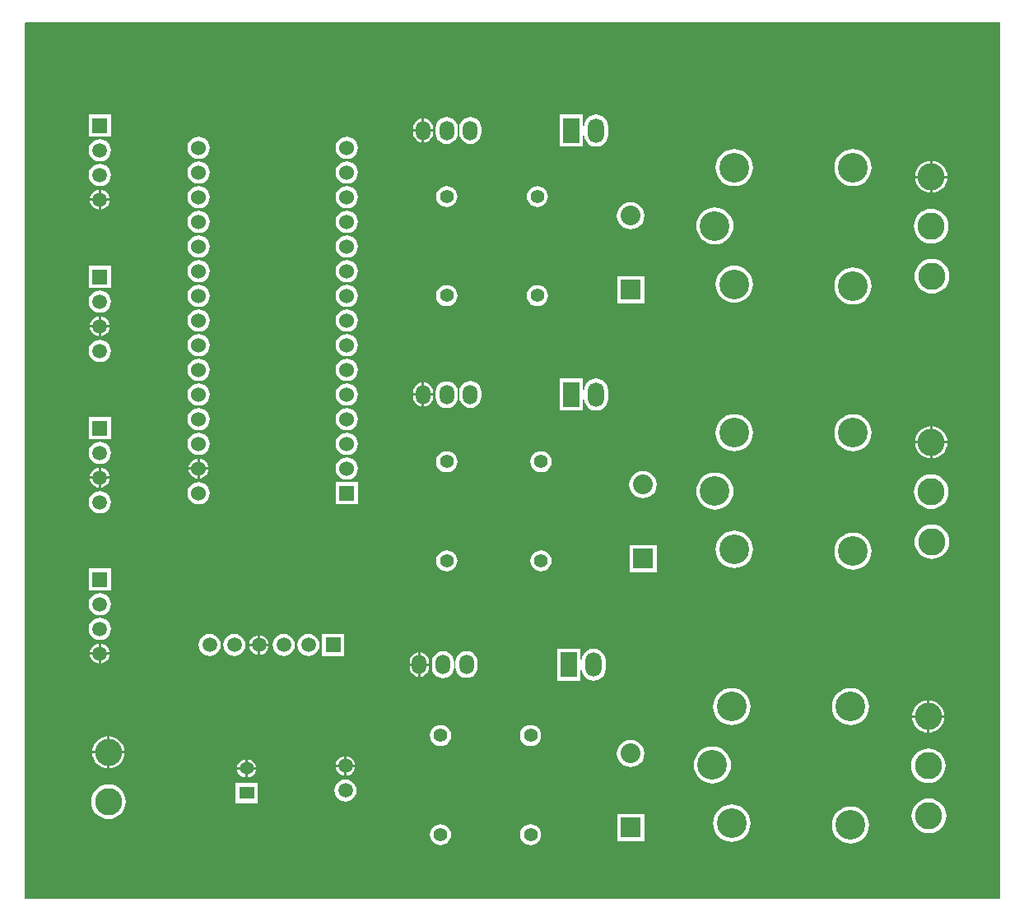
<source format=gbr>
G04*
G04 #@! TF.GenerationSoftware,Altium Limited,Altium Designer,23.2.1 (34)*
G04*
G04 Layer_Physical_Order=1*
G04 Layer_Color=255*
%FSTAX24Y24*%
%MOIN*%
G70*
G04*
G04 #@! TF.SameCoordinates,BC3F6091-25B6-48BF-90D5-32B1282762A0*
G04*
G04*
G04 #@! TF.FilePolarity,Positive*
G04*
G01*
G75*
%ADD33C,0.0800*%
%ADD34R,0.0800X0.0800*%
%ADD35C,0.1100*%
%ADD36C,0.0551*%
%ADD37O,0.0650X0.1000*%
%ADD38R,0.0650X0.1000*%
%ADD39C,0.0591*%
%ADD40R,0.0591X0.0512*%
%ADD41O,0.0591X0.0512*%
%ADD42C,0.0598*%
%ADD43R,0.0598X0.0598*%
%ADD44C,0.1200*%
%ADD45R,0.0591X0.0591*%
%ADD46C,0.0600*%
%ADD47R,0.0600X0.0600*%
%ADD48O,0.0591X0.0787*%
%ADD49O,0.0591X0.0787*%
G36*
X05205Y0131D02*
X01255D01*
Y0486D01*
X0126Y04865D01*
X05205D01*
Y0131D01*
D02*
G37*
%LPC*%
G36*
X0357Y044904D02*
X035576Y044888D01*
X03546Y04484D01*
X035361Y044764D01*
X035285Y044665D01*
X035237Y044549D01*
X035225Y044456D01*
X035175Y044459D01*
Y0449D01*
X034225D01*
Y0436D01*
X035175D01*
Y044041D01*
X035225Y044044D01*
X035237Y043951D01*
X035285Y043835D01*
X035361Y043736D01*
X03546Y04366D01*
X035576Y043612D01*
X0357Y043596D01*
X035824Y043612D01*
X03594Y04366D01*
X036039Y043736D01*
X036115Y043835D01*
X036163Y043951D01*
X036179Y044075D01*
Y044425D01*
X036163Y044549D01*
X036115Y044665D01*
X036039Y044764D01*
X03594Y04484D01*
X035824Y044888D01*
X0357Y044904D01*
D02*
G37*
G36*
X028745Y04475D02*
Y044309D01*
X029094D01*
Y044358D01*
X02908Y044461D01*
X029041Y044557D01*
X028977Y04464D01*
X028895Y044703D01*
X028798Y044743D01*
X028745Y04475D01*
D02*
G37*
G36*
X028645D02*
X028592Y044743D01*
X028496Y044703D01*
X028413Y04464D01*
X02835Y044557D01*
X02831Y044461D01*
X028297Y044358D01*
Y044309D01*
X028645D01*
Y04475D01*
D02*
G37*
G36*
X016049Y044899D02*
X015151D01*
Y044001D01*
X016049D01*
Y044899D01*
D02*
G37*
G36*
X029094Y044209D02*
X028745D01*
Y043769D01*
X028798Y043776D01*
X028895Y043816D01*
X028977Y043879D01*
X029041Y043962D01*
X02908Y044058D01*
X029094Y044161D01*
Y044209D01*
D02*
G37*
G36*
X028645D02*
X028297D01*
Y044161D01*
X02831Y044058D01*
X02835Y043962D01*
X028413Y043879D01*
X028496Y043816D01*
X028592Y043776D01*
X028645Y043769D01*
Y044209D01*
D02*
G37*
G36*
X030605Y044807D02*
X030488Y044792D01*
X03038Y044747D01*
X030287Y044675D01*
X030216Y044582D01*
X030171Y044474D01*
X030156Y044358D01*
Y044161D01*
X030171Y044045D01*
X030216Y043936D01*
X030287Y043843D01*
X03038Y043772D01*
X030488Y043727D01*
X030605Y043712D01*
X030721Y043727D01*
X030829Y043772D01*
X030922Y043843D01*
X030994Y043936D01*
X031039Y044045D01*
X031054Y044161D01*
Y044358D01*
X031039Y044474D01*
X030994Y044582D01*
X030922Y044675D01*
X030829Y044747D01*
X030721Y044792D01*
X030605Y044807D01*
D02*
G37*
G36*
X02965Y044798D02*
X029534Y044782D01*
X029425Y044737D01*
X029332Y044666D01*
X029261Y044573D01*
X029216Y044465D01*
X029201Y044348D01*
Y044152D01*
X029216Y044035D01*
X029261Y043927D01*
X029332Y043834D01*
X029425Y043763D01*
X029534Y043718D01*
X02965Y043702D01*
X029766Y043718D01*
X029875Y043763D01*
X029968Y043834D01*
X030039Y043927D01*
X030084Y044035D01*
X030099Y044152D01*
Y044348D01*
X030084Y044465D01*
X030039Y044573D01*
X029968Y044666D01*
X029875Y044737D01*
X029766Y044782D01*
X02965Y044798D01*
D02*
G37*
G36*
X0256Y044004D02*
X025483Y043988D01*
X025373Y043943D01*
X025279Y043871D01*
X025207Y043777D01*
X025162Y043667D01*
X025146Y04355D01*
X025162Y043433D01*
X025207Y043323D01*
X025279Y043229D01*
X025373Y043157D01*
X025483Y043112D01*
X0256Y043096D01*
X025717Y043112D01*
X025827Y043157D01*
X025921Y043229D01*
X025993Y043323D01*
X026038Y043433D01*
X026054Y04355D01*
X026038Y043667D01*
X025993Y043777D01*
X025921Y043871D01*
X025827Y043943D01*
X025717Y043988D01*
X0256Y044004D01*
D02*
G37*
G36*
X0196D02*
X019483Y043988D01*
X019373Y043943D01*
X019279Y043871D01*
X019207Y043777D01*
X019162Y043667D01*
X019146Y04355D01*
X019162Y043433D01*
X019207Y043323D01*
X019279Y043229D01*
X019373Y043157D01*
X019483Y043112D01*
X0196Y043096D01*
X019717Y043112D01*
X019827Y043157D01*
X019921Y043229D01*
X019993Y043323D01*
X020038Y043433D01*
X020054Y04355D01*
X020038Y043667D01*
X019993Y043777D01*
X019921Y043871D01*
X019827Y043943D01*
X019717Y043988D01*
X0196Y044004D01*
D02*
G37*
G36*
X0156Y043903D02*
X015483Y043888D01*
X015373Y043842D01*
X01528Y04377D01*
X015208Y043677D01*
X015162Y043567D01*
X015147Y04345D01*
X015162Y043333D01*
X015208Y043223D01*
X01528Y04313D01*
X015373Y043058D01*
X015483Y043012D01*
X0156Y042997D01*
X015717Y043012D01*
X015827Y043058D01*
X01592Y04313D01*
X015992Y043223D01*
X016038Y043333D01*
X016053Y04345D01*
X016038Y043567D01*
X015992Y043677D01*
X01592Y04377D01*
X015827Y043842D01*
X015717Y043888D01*
X0156Y043903D01*
D02*
G37*
G36*
X049324Y043024D02*
Y042426D01*
X049922D01*
X049914Y042504D01*
X049877Y042626D01*
X049817Y042739D01*
X049736Y042838D01*
X049637Y042919D01*
X049524Y04298D01*
X049401Y043017D01*
X049324Y043024D01*
D02*
G37*
G36*
X049224D02*
X049146Y043017D01*
X049024Y04298D01*
X048911Y042919D01*
X048812Y042838D01*
X048731Y042739D01*
X04867Y042626D01*
X048633Y042504D01*
X048626Y042426D01*
X049224D01*
Y043024D01*
D02*
G37*
G36*
X0256Y043004D02*
X025483Y042988D01*
X025373Y042943D01*
X025279Y042871D01*
X025207Y042777D01*
X025162Y042667D01*
X025146Y04255D01*
X025162Y042433D01*
X025207Y042323D01*
X025279Y042229D01*
X025373Y042157D01*
X025483Y042112D01*
X0256Y042096D01*
X025717Y042112D01*
X025827Y042157D01*
X025921Y042229D01*
X025993Y042323D01*
X026038Y042433D01*
X026054Y04255D01*
X026038Y042667D01*
X025993Y042777D01*
X025921Y042871D01*
X025827Y042943D01*
X025717Y042988D01*
X0256Y043004D01*
D02*
G37*
G36*
X0196D02*
X019483Y042988D01*
X019373Y042943D01*
X019279Y042871D01*
X019207Y042777D01*
X019162Y042667D01*
X019146Y04255D01*
X019162Y042433D01*
X019207Y042323D01*
X019279Y042229D01*
X019373Y042157D01*
X019483Y042112D01*
X0196Y042096D01*
X019717Y042112D01*
X019827Y042157D01*
X019921Y042229D01*
X019993Y042323D01*
X020038Y042433D01*
X020054Y04255D01*
X020038Y042667D01*
X019993Y042777D01*
X019921Y042871D01*
X019827Y042943D01*
X019717Y042988D01*
X0196Y043004D01*
D02*
G37*
G36*
X0156Y042903D02*
X015483Y042888D01*
X015373Y042842D01*
X01528Y04277D01*
X015208Y042677D01*
X015162Y042567D01*
X015147Y04245D01*
X015162Y042333D01*
X015208Y042223D01*
X01528Y04213D01*
X015373Y042058D01*
X015483Y042012D01*
X0156Y041997D01*
X015717Y042012D01*
X015827Y042058D01*
X01592Y04213D01*
X015992Y042223D01*
X016038Y042333D01*
X016053Y04245D01*
X016038Y042567D01*
X015992Y042677D01*
X01592Y04277D01*
X015827Y042842D01*
X015717Y042888D01*
X0156Y042903D01*
D02*
G37*
G36*
X0461Y043504D02*
X045953Y043489D01*
X045812Y043446D01*
X045681Y043377D01*
X045567Y043283D01*
X045473Y043169D01*
X045404Y043038D01*
X045361Y042897D01*
X045346Y04275D01*
X045361Y042603D01*
X045404Y042462D01*
X045473Y042331D01*
X045567Y042217D01*
X045681Y042123D01*
X045812Y042054D01*
X045953Y042011D01*
X0461Y041996D01*
X046247Y042011D01*
X046388Y042054D01*
X046519Y042123D01*
X046633Y042217D01*
X046727Y042331D01*
X046796Y042462D01*
X046839Y042603D01*
X046854Y04275D01*
X046839Y042897D01*
X046796Y043038D01*
X046727Y043169D01*
X046633Y043283D01*
X046519Y043377D01*
X046388Y043446D01*
X046247Y043489D01*
X0461Y043504D01*
D02*
G37*
G36*
X041297D02*
X04115Y043489D01*
X041008Y043446D01*
X040878Y043377D01*
X040764Y043283D01*
X04067Y043169D01*
X040601Y043038D01*
X040558Y042897D01*
X040543Y04275D01*
X040558Y042603D01*
X040601Y042462D01*
X04067Y042331D01*
X040764Y042217D01*
X040878Y042123D01*
X041008Y042054D01*
X04115Y042011D01*
X041297Y041996D01*
X041444Y042011D01*
X041585Y042054D01*
X041716Y042123D01*
X04183Y042217D01*
X041923Y042331D01*
X041993Y042462D01*
X042036Y042603D01*
X04205Y04275D01*
X042036Y042897D01*
X041993Y043038D01*
X041923Y043169D01*
X04183Y043283D01*
X041716Y043377D01*
X041585Y043446D01*
X041444Y043489D01*
X041297Y043504D01*
D02*
G37*
G36*
X049922Y042326D02*
X049324D01*
Y041728D01*
X049401Y041736D01*
X049524Y041773D01*
X049637Y041833D01*
X049736Y041914D01*
X049817Y042013D01*
X049877Y042126D01*
X049914Y042249D01*
X049922Y042326D01*
D02*
G37*
G36*
X049224D02*
X048626D01*
X048633Y042249D01*
X04867Y042126D01*
X048731Y042013D01*
X048812Y041914D01*
X048911Y041833D01*
X049024Y041773D01*
X049146Y041736D01*
X049224Y041728D01*
Y042326D01*
D02*
G37*
G36*
X01565Y041846D02*
Y0415D01*
X015996D01*
X015989Y041554D01*
X015949Y041651D01*
X015885Y041735D01*
X015801Y041799D01*
X015704Y041839D01*
X01565Y041846D01*
D02*
G37*
G36*
X01555D02*
X015496Y041839D01*
X015399Y041799D01*
X015315Y041735D01*
X015251Y041651D01*
X015211Y041554D01*
X015204Y0415D01*
X01555D01*
Y041846D01*
D02*
G37*
G36*
X033324Y042007D02*
X033213Y041993D01*
X033109Y04195D01*
X03302Y041882D01*
X032952Y041793D01*
X032909Y041689D01*
X032894Y041578D01*
X032909Y041467D01*
X032952Y041364D01*
X03302Y041275D01*
X033109Y041206D01*
X033213Y041164D01*
X033324Y041149D01*
X033435Y041164D01*
X033538Y041206D01*
X033627Y041275D01*
X033695Y041364D01*
X033738Y041467D01*
X033753Y041578D01*
X033738Y041689D01*
X033695Y041793D01*
X033627Y041882D01*
X033538Y04195D01*
X033435Y041993D01*
X033324Y042007D01*
D02*
G37*
G36*
X02965D02*
X029539Y041993D01*
X029435Y04195D01*
X029346Y041882D01*
X029278Y041793D01*
X029235Y041689D01*
X029221Y041578D01*
X029235Y041467D01*
X029278Y041364D01*
X029346Y041275D01*
X029435Y041206D01*
X029539Y041164D01*
X02965Y041149D01*
X029761Y041164D01*
X029865Y041206D01*
X029954Y041275D01*
X030022Y041364D01*
X030065Y041467D01*
X030079Y041578D01*
X030065Y041689D01*
X030022Y041793D01*
X029954Y041882D01*
X029865Y04195D01*
X029761Y041993D01*
X02965Y042007D01*
D02*
G37*
G36*
X0256Y042004D02*
X025483Y041988D01*
X025373Y041943D01*
X025279Y041871D01*
X025207Y041777D01*
X025162Y041667D01*
X025146Y04155D01*
X025162Y041433D01*
X025207Y041323D01*
X025279Y041229D01*
X025373Y041157D01*
X025483Y041112D01*
X0256Y041096D01*
X025717Y041112D01*
X025827Y041157D01*
X025921Y041229D01*
X025993Y041323D01*
X026038Y041433D01*
X026054Y04155D01*
X026038Y041667D01*
X025993Y041777D01*
X025921Y041871D01*
X025827Y041943D01*
X025717Y041988D01*
X0256Y042004D01*
D02*
G37*
G36*
X0196D02*
X019483Y041988D01*
X019373Y041943D01*
X019279Y041871D01*
X019207Y041777D01*
X019162Y041667D01*
X019146Y04155D01*
X019162Y041433D01*
X019207Y041323D01*
X019279Y041229D01*
X019373Y041157D01*
X019483Y041112D01*
X0196Y041096D01*
X019717Y041112D01*
X019827Y041157D01*
X019921Y041229D01*
X019993Y041323D01*
X020038Y041433D01*
X020054Y04155D01*
X020038Y041667D01*
X019993Y041777D01*
X019921Y041871D01*
X019827Y041943D01*
X019717Y041988D01*
X0196Y042004D01*
D02*
G37*
G36*
X015996Y0414D02*
X01565D01*
Y041054D01*
X015704Y041061D01*
X015801Y041101D01*
X015885Y041165D01*
X015949Y041249D01*
X015989Y041346D01*
X015996Y0414D01*
D02*
G37*
G36*
X01555D02*
X015204D01*
X015211Y041346D01*
X015251Y041249D01*
X015315Y041165D01*
X015399Y041101D01*
X015496Y041061D01*
X01555Y041054D01*
Y0414D01*
D02*
G37*
G36*
X0371Y041355D02*
X036956Y041336D01*
X036823Y04128D01*
X036708Y041192D01*
X03662Y041077D01*
X036564Y040944D01*
X036545Y0408D01*
X036564Y040656D01*
X03662Y040523D01*
X036708Y040408D01*
X036823Y04032D01*
X036956Y040264D01*
X0371Y040245D01*
X037244Y040264D01*
X037377Y04032D01*
X037492Y040408D01*
X03758Y040523D01*
X037636Y040656D01*
X037655Y0408D01*
X037636Y040944D01*
X03758Y041077D01*
X037492Y041192D01*
X037377Y04128D01*
X037244Y041336D01*
X0371Y041355D01*
D02*
G37*
G36*
X0256Y041004D02*
X025483Y040988D01*
X025373Y040943D01*
X025279Y040871D01*
X025207Y040777D01*
X025162Y040667D01*
X025146Y04055D01*
X025162Y040433D01*
X025207Y040323D01*
X025279Y040229D01*
X025373Y040157D01*
X025483Y040112D01*
X0256Y040096D01*
X025717Y040112D01*
X025827Y040157D01*
X025921Y040229D01*
X025993Y040323D01*
X026038Y040433D01*
X026054Y04055D01*
X026038Y040667D01*
X025993Y040777D01*
X025921Y040871D01*
X025827Y040943D01*
X025717Y040988D01*
X0256Y041004D01*
D02*
G37*
G36*
X0196D02*
X019483Y040988D01*
X019373Y040943D01*
X019279Y040871D01*
X019207Y040777D01*
X019162Y040667D01*
X019146Y04055D01*
X019162Y040433D01*
X019207Y040323D01*
X019279Y040229D01*
X019373Y040157D01*
X019483Y040112D01*
X0196Y040096D01*
X019717Y040112D01*
X019827Y040157D01*
X019921Y040229D01*
X019993Y040323D01*
X020038Y040433D01*
X020054Y04055D01*
X020038Y040667D01*
X019993Y040777D01*
X019921Y040871D01*
X019827Y040943D01*
X019717Y040988D01*
X0196Y041004D01*
D02*
G37*
G36*
X049274Y04108D02*
X049137Y041066D01*
X049005Y041026D01*
X048883Y040961D01*
X048776Y040874D01*
X048689Y040767D01*
X048624Y040645D01*
X048584Y040513D01*
X04857Y040376D01*
X048584Y040239D01*
X048624Y040107D01*
X048689Y039985D01*
X048776Y039879D01*
X048883Y039791D01*
X049005Y039726D01*
X049137Y039686D01*
X049274Y039673D01*
X049411Y039686D01*
X049543Y039726D01*
X049665Y039791D01*
X049771Y039879D01*
X049859Y039985D01*
X049924Y040107D01*
X049964Y040239D01*
X049977Y040376D01*
X049964Y040513D01*
X049924Y040645D01*
X049859Y040767D01*
X049771Y040874D01*
X049665Y040961D01*
X049543Y041026D01*
X049411Y041066D01*
X049274Y04108D01*
D02*
G37*
G36*
X040509Y041141D02*
X040362Y041127D01*
X040221Y041084D01*
X040091Y041014D01*
X039977Y040921D01*
X039883Y040806D01*
X039813Y040676D01*
X03977Y040535D01*
X039756Y040388D01*
X03977Y040241D01*
X039813Y040099D01*
X039883Y039969D01*
X039977Y039855D01*
X040091Y039761D01*
X040221Y039692D01*
X040362Y039649D01*
X040509Y039634D01*
X040656Y039649D01*
X040798Y039692D01*
X040928Y039761D01*
X041042Y039855D01*
X041136Y039969D01*
X041206Y040099D01*
X041249Y040241D01*
X041263Y040388D01*
X041249Y040535D01*
X041206Y040676D01*
X041136Y040806D01*
X041042Y040921D01*
X040928Y041014D01*
X040798Y041084D01*
X040656Y041127D01*
X040509Y041141D01*
D02*
G37*
G36*
X0256Y040004D02*
X025483Y039988D01*
X025373Y039943D01*
X025279Y039871D01*
X025207Y039777D01*
X025162Y039667D01*
X025146Y03955D01*
X025162Y039433D01*
X025207Y039323D01*
X025279Y039229D01*
X025373Y039157D01*
X025483Y039112D01*
X0256Y039096D01*
X025717Y039112D01*
X025827Y039157D01*
X025921Y039229D01*
X025993Y039323D01*
X026038Y039433D01*
X026054Y03955D01*
X026038Y039667D01*
X025993Y039777D01*
X025921Y039871D01*
X025827Y039943D01*
X025717Y039988D01*
X0256Y040004D01*
D02*
G37*
G36*
X0196D02*
X019483Y039988D01*
X019373Y039943D01*
X019279Y039871D01*
X019207Y039777D01*
X019162Y039667D01*
X019146Y03955D01*
X019162Y039433D01*
X019207Y039323D01*
X019279Y039229D01*
X019373Y039157D01*
X019483Y039112D01*
X0196Y039096D01*
X019717Y039112D01*
X019827Y039157D01*
X019921Y039229D01*
X019993Y039323D01*
X020038Y039433D01*
X020054Y03955D01*
X020038Y039667D01*
X019993Y039777D01*
X019921Y039871D01*
X019827Y039943D01*
X019717Y039988D01*
X0196Y040004D01*
D02*
G37*
G36*
X0256Y039004D02*
X025483Y038988D01*
X025373Y038943D01*
X025279Y038871D01*
X025207Y038777D01*
X025162Y038667D01*
X025146Y03855D01*
X025162Y038433D01*
X025207Y038323D01*
X025279Y038229D01*
X025373Y038157D01*
X025483Y038112D01*
X0256Y038096D01*
X025717Y038112D01*
X025827Y038157D01*
X025921Y038229D01*
X025993Y038323D01*
X026038Y038433D01*
X026054Y03855D01*
X026038Y038667D01*
X025993Y038777D01*
X025921Y038871D01*
X025827Y038943D01*
X025717Y038988D01*
X0256Y039004D01*
D02*
G37*
G36*
X0196D02*
X019483Y038988D01*
X019373Y038943D01*
X019279Y038871D01*
X019207Y038777D01*
X019162Y038667D01*
X019146Y03855D01*
X019162Y038433D01*
X019207Y038323D01*
X019279Y038229D01*
X019373Y038157D01*
X019483Y038112D01*
X0196Y038096D01*
X019717Y038112D01*
X019827Y038157D01*
X019921Y038229D01*
X019993Y038323D01*
X020038Y038433D01*
X020054Y03855D01*
X020038Y038667D01*
X019993Y038777D01*
X019921Y038871D01*
X019827Y038943D01*
X019717Y038988D01*
X0196Y039004D01*
D02*
G37*
G36*
X016049Y038766D02*
X015151D01*
Y037867D01*
X016049D01*
Y038766D01*
D02*
G37*
G36*
X0493Y039053D02*
X049163Y03904D01*
X049031Y039D01*
X048909Y038935D01*
X048803Y038847D01*
X048715Y038741D01*
X04865Y038619D01*
X04861Y038487D01*
X048597Y03835D01*
X04861Y038213D01*
X04865Y038081D01*
X048715Y037959D01*
X048803Y037853D01*
X048909Y037765D01*
X049031Y0377D01*
X049163Y03766D01*
X0493Y037647D01*
X049437Y03766D01*
X049569Y0377D01*
X049691Y037765D01*
X049797Y037853D01*
X049885Y037959D01*
X04995Y038081D01*
X04999Y038213D01*
X050003Y03835D01*
X04999Y038487D01*
X04995Y038619D01*
X049885Y038741D01*
X049797Y038847D01*
X049691Y038935D01*
X049569Y039D01*
X049437Y03904D01*
X0493Y039053D01*
D02*
G37*
G36*
X041297Y038779D02*
X04115Y038765D01*
X041008Y038722D01*
X040878Y038652D01*
X040764Y038558D01*
X04067Y038444D01*
X040601Y038314D01*
X040558Y038173D01*
X040543Y038026D01*
X040558Y037879D01*
X040601Y037737D01*
X04067Y037607D01*
X040764Y037493D01*
X040878Y037399D01*
X041008Y037329D01*
X04115Y037286D01*
X041297Y037272D01*
X041444Y037286D01*
X041585Y037329D01*
X041716Y037399D01*
X04183Y037493D01*
X041923Y037607D01*
X041993Y037737D01*
X042036Y037879D01*
X04205Y038026D01*
X042036Y038173D01*
X041993Y038314D01*
X041923Y038444D01*
X04183Y038558D01*
X041716Y038652D01*
X041585Y038722D01*
X041444Y038765D01*
X041297Y038779D01*
D02*
G37*
G36*
X03765Y03835D02*
X03655D01*
Y03725D01*
X03765D01*
Y03835D01*
D02*
G37*
G36*
X0461Y038704D02*
X045953Y038689D01*
X045812Y038646D01*
X045681Y038577D01*
X045567Y038483D01*
X045473Y038369D01*
X045404Y038238D01*
X045361Y038097D01*
X045346Y03795D01*
X045361Y037803D01*
X045404Y037662D01*
X045473Y037531D01*
X045567Y037417D01*
X045681Y037323D01*
X045812Y037254D01*
X045953Y037211D01*
X0461Y037196D01*
X046247Y037211D01*
X046388Y037254D01*
X046519Y037323D01*
X046633Y037417D01*
X046727Y037531D01*
X046796Y037662D01*
X046839Y037803D01*
X046854Y03795D01*
X046839Y038097D01*
X046796Y038238D01*
X046727Y038369D01*
X046633Y038483D01*
X046519Y038577D01*
X046388Y038646D01*
X046247Y038689D01*
X0461Y038704D01*
D02*
G37*
G36*
X033324Y037992D02*
X033213Y037977D01*
X033109Y037934D01*
X03302Y037866D01*
X032952Y037777D01*
X032909Y037673D01*
X032894Y037562D01*
X032909Y037451D01*
X032952Y037348D01*
X03302Y037259D01*
X033109Y037191D01*
X033213Y037148D01*
X033324Y037133D01*
X033435Y037148D01*
X033538Y037191D01*
X033627Y037259D01*
X033695Y037348D01*
X033738Y037451D01*
X033753Y037562D01*
X033738Y037673D01*
X033695Y037777D01*
X033627Y037866D01*
X033538Y037934D01*
X033435Y037977D01*
X033324Y037992D01*
D02*
G37*
G36*
X02965D02*
X029539Y037977D01*
X029435Y037934D01*
X029346Y037866D01*
X029278Y037777D01*
X029235Y037673D01*
X029221Y037562D01*
X029235Y037451D01*
X029278Y037348D01*
X029346Y037259D01*
X029435Y037191D01*
X029539Y037148D01*
X02965Y037133D01*
X029761Y037148D01*
X029865Y037191D01*
X029954Y037259D01*
X030022Y037348D01*
X030065Y037451D01*
X030079Y037562D01*
X030065Y037673D01*
X030022Y037777D01*
X029954Y037866D01*
X029865Y037934D01*
X029761Y037977D01*
X02965Y037992D01*
D02*
G37*
G36*
X0256Y038004D02*
X025483Y037988D01*
X025373Y037943D01*
X025279Y037871D01*
X025207Y037777D01*
X025162Y037667D01*
X025146Y03755D01*
X025162Y037433D01*
X025207Y037323D01*
X025279Y037229D01*
X025373Y037157D01*
X025483Y037112D01*
X0256Y037096D01*
X025717Y037112D01*
X025827Y037157D01*
X025921Y037229D01*
X025993Y037323D01*
X026038Y037433D01*
X026054Y03755D01*
X026038Y037667D01*
X025993Y037777D01*
X025921Y037871D01*
X025827Y037943D01*
X025717Y037988D01*
X0256Y038004D01*
D02*
G37*
G36*
X0196D02*
X019483Y037988D01*
X019373Y037943D01*
X019279Y037871D01*
X019207Y037777D01*
X019162Y037667D01*
X019146Y03755D01*
X019162Y037433D01*
X019207Y037323D01*
X019279Y037229D01*
X019373Y037157D01*
X019483Y037112D01*
X0196Y037096D01*
X019717Y037112D01*
X019827Y037157D01*
X019921Y037229D01*
X019993Y037323D01*
X020038Y037433D01*
X020054Y03755D01*
X020038Y037667D01*
X019993Y037777D01*
X019921Y037871D01*
X019827Y037943D01*
X019717Y037988D01*
X0196Y038004D01*
D02*
G37*
G36*
X0156Y03777D02*
X015483Y037754D01*
X015373Y037709D01*
X01528Y037637D01*
X015208Y037543D01*
X015162Y037434D01*
X015147Y037317D01*
X015162Y037199D01*
X015208Y03709D01*
X01528Y036996D01*
X015373Y036924D01*
X015483Y036879D01*
X0156Y036864D01*
X015717Y036879D01*
X015827Y036924D01*
X01592Y036996D01*
X015992Y03709D01*
X016038Y037199D01*
X016053Y037317D01*
X016038Y037434D01*
X015992Y037543D01*
X01592Y037637D01*
X015827Y037709D01*
X015717Y037754D01*
X0156Y03777D01*
D02*
G37*
G36*
X01565Y036713D02*
Y036367D01*
X015996D01*
X015989Y036421D01*
X015949Y036518D01*
X015885Y036601D01*
X015801Y036665D01*
X015704Y036706D01*
X01565Y036713D01*
D02*
G37*
G36*
X01555D02*
X015496Y036706D01*
X015399Y036665D01*
X015315Y036601D01*
X015251Y036518D01*
X015211Y036421D01*
X015204Y036367D01*
X01555D01*
Y036713D01*
D02*
G37*
G36*
X0256Y037004D02*
X025483Y036988D01*
X025373Y036943D01*
X025279Y036871D01*
X025207Y036777D01*
X025162Y036667D01*
X025146Y03655D01*
X025162Y036433D01*
X025207Y036323D01*
X025279Y036229D01*
X025373Y036157D01*
X025483Y036112D01*
X0256Y036096D01*
X025717Y036112D01*
X025827Y036157D01*
X025921Y036229D01*
X025993Y036323D01*
X026038Y036433D01*
X026054Y03655D01*
X026038Y036667D01*
X025993Y036777D01*
X025921Y036871D01*
X025827Y036943D01*
X025717Y036988D01*
X0256Y037004D01*
D02*
G37*
G36*
X0196D02*
X019483Y036988D01*
X019373Y036943D01*
X019279Y036871D01*
X019207Y036777D01*
X019162Y036667D01*
X019146Y03655D01*
X019162Y036433D01*
X019207Y036323D01*
X019279Y036229D01*
X019373Y036157D01*
X019483Y036112D01*
X0196Y036096D01*
X019717Y036112D01*
X019827Y036157D01*
X019921Y036229D01*
X019993Y036323D01*
X020038Y036433D01*
X020054Y03655D01*
X020038Y036667D01*
X019993Y036777D01*
X019921Y036871D01*
X019827Y036943D01*
X019717Y036988D01*
X0196Y037004D01*
D02*
G37*
G36*
X015996Y036267D02*
X01565D01*
Y035921D01*
X015704Y035928D01*
X015801Y035968D01*
X015885Y036032D01*
X015949Y036115D01*
X015989Y036212D01*
X015996Y036267D01*
D02*
G37*
G36*
X01555D02*
X015204D01*
X015211Y036212D01*
X015251Y036115D01*
X015315Y036032D01*
X015399Y035968D01*
X015496Y035928D01*
X01555Y035921D01*
Y036267D01*
D02*
G37*
G36*
X0256Y036004D02*
X025483Y035988D01*
X025373Y035943D01*
X025279Y035871D01*
X025207Y035777D01*
X025162Y035667D01*
X025146Y03555D01*
X025162Y035433D01*
X025207Y035323D01*
X025279Y035229D01*
X025373Y035157D01*
X025483Y035112D01*
X0256Y035096D01*
X025717Y035112D01*
X025827Y035157D01*
X025921Y035229D01*
X025993Y035323D01*
X026038Y035433D01*
X026054Y03555D01*
X026038Y035667D01*
X025993Y035777D01*
X025921Y035871D01*
X025827Y035943D01*
X025717Y035988D01*
X0256Y036004D01*
D02*
G37*
G36*
X0196D02*
X019483Y035988D01*
X019373Y035943D01*
X019279Y035871D01*
X019207Y035777D01*
X019162Y035667D01*
X019146Y03555D01*
X019162Y035433D01*
X019207Y035323D01*
X019279Y035229D01*
X019373Y035157D01*
X019483Y035112D01*
X0196Y035096D01*
X019717Y035112D01*
X019827Y035157D01*
X019921Y035229D01*
X019993Y035323D01*
X020038Y035433D01*
X020054Y03555D01*
X020038Y035667D01*
X019993Y035777D01*
X019921Y035871D01*
X019827Y035943D01*
X019717Y035988D01*
X0196Y036004D01*
D02*
G37*
G36*
X0156Y03577D02*
X015483Y035754D01*
X015373Y035709D01*
X01528Y035637D01*
X015208Y035543D01*
X015162Y035434D01*
X015147Y035317D01*
X015162Y035199D01*
X015208Y03509D01*
X01528Y034996D01*
X015373Y034924D01*
X015483Y034879D01*
X0156Y034864D01*
X015717Y034879D01*
X015827Y034924D01*
X01592Y034996D01*
X015992Y03509D01*
X016038Y035199D01*
X016053Y035317D01*
X016038Y035434D01*
X015992Y035543D01*
X01592Y035637D01*
X015827Y035709D01*
X015717Y035754D01*
X0156Y03577D01*
D02*
G37*
G36*
X0256Y035004D02*
X025483Y034988D01*
X025373Y034943D01*
X025279Y034871D01*
X025207Y034777D01*
X025162Y034667D01*
X025146Y03455D01*
X025162Y034433D01*
X025207Y034323D01*
X025279Y034229D01*
X025373Y034157D01*
X025483Y034112D01*
X0256Y034096D01*
X025717Y034112D01*
X025827Y034157D01*
X025921Y034229D01*
X025993Y034323D01*
X026038Y034433D01*
X026054Y03455D01*
X026038Y034667D01*
X025993Y034777D01*
X025921Y034871D01*
X025827Y034943D01*
X025717Y034988D01*
X0256Y035004D01*
D02*
G37*
G36*
X0196D02*
X019483Y034988D01*
X019373Y034943D01*
X019279Y034871D01*
X019207Y034777D01*
X019162Y034667D01*
X019146Y03455D01*
X019162Y034433D01*
X019207Y034323D01*
X019279Y034229D01*
X019373Y034157D01*
X019483Y034112D01*
X0196Y034096D01*
X019717Y034112D01*
X019827Y034157D01*
X019921Y034229D01*
X019993Y034323D01*
X020038Y034433D01*
X020054Y03455D01*
X020038Y034667D01*
X019993Y034777D01*
X019921Y034871D01*
X019827Y034943D01*
X019717Y034988D01*
X0196Y035004D01*
D02*
G37*
G36*
X0357Y034204D02*
X035576Y034188D01*
X03546Y03414D01*
X035361Y034064D01*
X035285Y033965D01*
X035237Y033849D01*
X035225Y033756D01*
X035175Y033759D01*
Y0342D01*
X034225D01*
Y0329D01*
X035175D01*
Y033341D01*
X035225Y033344D01*
X035237Y033251D01*
X035285Y033135D01*
X035361Y033036D01*
X03546Y03296D01*
X035576Y032912D01*
X0357Y032896D01*
X035824Y032912D01*
X03594Y03296D01*
X036039Y033036D01*
X036115Y033135D01*
X036163Y033251D01*
X036179Y033375D01*
Y033725D01*
X036163Y033849D01*
X036115Y033965D01*
X036039Y034064D01*
X03594Y03414D01*
X035824Y034188D01*
X0357Y034204D01*
D02*
G37*
G36*
X028745Y034046D02*
Y033606D01*
X029094D01*
Y033654D01*
X02908Y033757D01*
X029041Y033854D01*
X028977Y033936D01*
X028895Y034D01*
X028798Y034039D01*
X028745Y034046D01*
D02*
G37*
G36*
X028645D02*
X028592Y034039D01*
X028496Y034D01*
X028413Y033936D01*
X02835Y033854D01*
X02831Y033757D01*
X028297Y033654D01*
Y033606D01*
X028645D01*
Y034046D01*
D02*
G37*
G36*
X0256Y034004D02*
X025483Y033988D01*
X025373Y033943D01*
X025279Y033871D01*
X025207Y033777D01*
X025162Y033667D01*
X025146Y03355D01*
X025162Y033433D01*
X025207Y033323D01*
X025279Y033229D01*
X025373Y033157D01*
X025483Y033112D01*
X0256Y033096D01*
X025717Y033112D01*
X025827Y033157D01*
X025921Y033229D01*
X025993Y033323D01*
X026038Y033433D01*
X026054Y03355D01*
X026038Y033667D01*
X025993Y033777D01*
X025921Y033871D01*
X025827Y033943D01*
X025717Y033988D01*
X0256Y034004D01*
D02*
G37*
G36*
X0196D02*
X019483Y033988D01*
X019373Y033943D01*
X019279Y033871D01*
X019207Y033777D01*
X019162Y033667D01*
X019146Y03355D01*
X019162Y033433D01*
X019207Y033323D01*
X019279Y033229D01*
X019373Y033157D01*
X019483Y033112D01*
X0196Y033096D01*
X019717Y033112D01*
X019827Y033157D01*
X019921Y033229D01*
X019993Y033323D01*
X020038Y033433D01*
X020054Y03355D01*
X020038Y033667D01*
X019993Y033777D01*
X019921Y033871D01*
X019827Y033943D01*
X019717Y033988D01*
X0196Y034004D01*
D02*
G37*
G36*
X029094Y033506D02*
X028745D01*
Y033065D01*
X028798Y033072D01*
X028895Y033112D01*
X028977Y033176D01*
X029041Y033258D01*
X02908Y033354D01*
X029094Y033457D01*
Y033506D01*
D02*
G37*
G36*
X028645D02*
X028297D01*
Y033457D01*
X02831Y033354D01*
X02835Y033258D01*
X028413Y033176D01*
X028496Y033112D01*
X028592Y033072D01*
X028645Y033065D01*
Y033506D01*
D02*
G37*
G36*
X030605Y034103D02*
X030488Y034088D01*
X03038Y034043D01*
X030287Y033972D01*
X030216Y033879D01*
X030171Y033771D01*
X030156Y033654D01*
Y033457D01*
X030171Y033341D01*
X030216Y033233D01*
X030287Y03314D01*
X03038Y033069D01*
X030488Y033024D01*
X030605Y033008D01*
X030721Y033024D01*
X030829Y033069D01*
X030922Y03314D01*
X030994Y033233D01*
X031039Y033341D01*
X031054Y033457D01*
Y033654D01*
X031039Y033771D01*
X030994Y033879D01*
X030922Y033972D01*
X030829Y034043D01*
X030721Y034088D01*
X030605Y034103D01*
D02*
G37*
G36*
X02965Y034094D02*
X029534Y034079D01*
X029425Y034034D01*
X029332Y033962D01*
X029261Y033869D01*
X029216Y033761D01*
X029201Y033645D01*
Y033448D01*
X029216Y033332D01*
X029261Y033224D01*
X029332Y03313D01*
X029425Y033059D01*
X029534Y033014D01*
X02965Y032999D01*
X029766Y033014D01*
X029875Y033059D01*
X029968Y03313D01*
X030039Y033224D01*
X030084Y033332D01*
X030099Y033448D01*
Y033645D01*
X030084Y033761D01*
X030039Y033869D01*
X029968Y033962D01*
X029875Y034034D01*
X029766Y034079D01*
X02965Y034094D01*
D02*
G37*
G36*
X0256Y033004D02*
X025483Y032988D01*
X025373Y032943D01*
X025279Y032871D01*
X025207Y032777D01*
X025162Y032667D01*
X025146Y03255D01*
X025162Y032433D01*
X025207Y032323D01*
X025279Y032229D01*
X025373Y032157D01*
X025483Y032112D01*
X0256Y032096D01*
X025717Y032112D01*
X025827Y032157D01*
X025921Y032229D01*
X025993Y032323D01*
X026038Y032433D01*
X026054Y03255D01*
X026038Y032667D01*
X025993Y032777D01*
X025921Y032871D01*
X025827Y032943D01*
X025717Y032988D01*
X0256Y033004D01*
D02*
G37*
G36*
X0196D02*
X019483Y032988D01*
X019373Y032943D01*
X019279Y032871D01*
X019207Y032777D01*
X019162Y032667D01*
X019146Y03255D01*
X019162Y032433D01*
X019207Y032323D01*
X019279Y032229D01*
X019373Y032157D01*
X019483Y032112D01*
X0196Y032096D01*
X019717Y032112D01*
X019827Y032157D01*
X019921Y032229D01*
X019993Y032323D01*
X020038Y032433D01*
X020054Y03255D01*
X020038Y032667D01*
X019993Y032777D01*
X019921Y032871D01*
X019827Y032943D01*
X019717Y032988D01*
X0196Y033004D01*
D02*
G37*
G36*
X016049Y032633D02*
X015151D01*
Y031734D01*
X016049D01*
Y032633D01*
D02*
G37*
G36*
X049324Y032261D02*
Y031663D01*
X049922D01*
X049914Y031741D01*
X049877Y031863D01*
X049817Y031976D01*
X049736Y032075D01*
X049637Y032156D01*
X049524Y032217D01*
X049401Y032254D01*
X049324Y032261D01*
D02*
G37*
G36*
X049224D02*
X049146Y032254D01*
X049024Y032217D01*
X048911Y032156D01*
X048812Y032075D01*
X048731Y031976D01*
X04867Y031863D01*
X048633Y031741D01*
X048626Y031663D01*
X049224D01*
Y032261D01*
D02*
G37*
G36*
X0461Y032754D02*
X045953Y032739D01*
X045812Y032696D01*
X045681Y032627D01*
X045567Y032533D01*
X045473Y032419D01*
X045404Y032288D01*
X045361Y032147D01*
X045346Y032D01*
X045361Y031853D01*
X045404Y031712D01*
X045473Y031581D01*
X045567Y031467D01*
X045681Y031373D01*
X045812Y031304D01*
X045953Y031261D01*
X0461Y031246D01*
X046247Y031261D01*
X046388Y031304D01*
X046519Y031373D01*
X046633Y031467D01*
X046727Y031581D01*
X046796Y031712D01*
X046839Y031853D01*
X046854Y032D01*
X046839Y032147D01*
X046796Y032288D01*
X046727Y032419D01*
X046633Y032533D01*
X046519Y032627D01*
X046388Y032696D01*
X046247Y032739D01*
X0461Y032754D01*
D02*
G37*
G36*
X041297D02*
X04115Y032739D01*
X041008Y032696D01*
X040878Y032627D01*
X040764Y032533D01*
X04067Y032419D01*
X040601Y032288D01*
X040558Y032147D01*
X040543Y032D01*
X040558Y031853D01*
X040601Y031712D01*
X04067Y031581D01*
X040764Y031467D01*
X040878Y031373D01*
X041008Y031304D01*
X04115Y031261D01*
X041297Y031246D01*
X041444Y031261D01*
X041585Y031304D01*
X041716Y031373D01*
X04183Y031467D01*
X041923Y031581D01*
X041993Y031712D01*
X042036Y031853D01*
X04205Y032D01*
X042036Y032147D01*
X041993Y032288D01*
X041923Y032419D01*
X04183Y032533D01*
X041716Y032627D01*
X041585Y032696D01*
X041444Y032739D01*
X041297Y032754D01*
D02*
G37*
G36*
X0256Y032004D02*
X025483Y031988D01*
X025373Y031943D01*
X025279Y031871D01*
X025207Y031777D01*
X025162Y031667D01*
X025146Y03155D01*
X025162Y031433D01*
X025207Y031323D01*
X025279Y031229D01*
X025373Y031157D01*
X025483Y031112D01*
X0256Y031096D01*
X025717Y031112D01*
X025827Y031157D01*
X025921Y031229D01*
X025993Y031323D01*
X026038Y031433D01*
X026054Y03155D01*
X026038Y031667D01*
X025993Y031777D01*
X025921Y031871D01*
X025827Y031943D01*
X025717Y031988D01*
X0256Y032004D01*
D02*
G37*
G36*
X0196D02*
X019483Y031988D01*
X019373Y031943D01*
X019279Y031871D01*
X019207Y031777D01*
X019162Y031667D01*
X019146Y03155D01*
X019162Y031433D01*
X019207Y031323D01*
X019279Y031229D01*
X019373Y031157D01*
X019483Y031112D01*
X0196Y031096D01*
X019717Y031112D01*
X019827Y031157D01*
X019921Y031229D01*
X019993Y031323D01*
X020038Y031433D01*
X020054Y03155D01*
X020038Y031667D01*
X019993Y031777D01*
X019921Y031871D01*
X019827Y031943D01*
X019717Y031988D01*
X0196Y032004D01*
D02*
G37*
G36*
X049922Y031563D02*
X049324D01*
Y030965D01*
X049401Y030973D01*
X049524Y03101D01*
X049637Y03107D01*
X049736Y031151D01*
X049817Y03125D01*
X049877Y031363D01*
X049914Y031486D01*
X049922Y031563D01*
D02*
G37*
G36*
X049224D02*
X048626D01*
X048633Y031486D01*
X04867Y031363D01*
X048731Y03125D01*
X048812Y031151D01*
X048911Y03107D01*
X049024Y03101D01*
X049146Y030973D01*
X049224Y030965D01*
Y031563D01*
D02*
G37*
G36*
X0156Y031636D02*
X015483Y031621D01*
X015373Y031576D01*
X01528Y031504D01*
X015208Y03141D01*
X015162Y031301D01*
X015147Y031183D01*
X015162Y031066D01*
X015208Y030957D01*
X01528Y030863D01*
X015373Y030791D01*
X015483Y030746D01*
X0156Y03073D01*
X015717Y030746D01*
X015827Y030791D01*
X01592Y030863D01*
X015992Y030957D01*
X016038Y031066D01*
X016053Y031183D01*
X016038Y031301D01*
X015992Y03141D01*
X01592Y031504D01*
X015827Y031576D01*
X015717Y031621D01*
X0156Y031636D01*
D02*
G37*
G36*
X01965Y030947D02*
Y0306D01*
X019997D01*
X01999Y030654D01*
X019949Y030752D01*
X019885Y030835D01*
X019802Y030899D01*
X019704Y03094D01*
X01965Y030947D01*
D02*
G37*
G36*
X01955D02*
X019496Y03094D01*
X019398Y030899D01*
X019315Y030835D01*
X019251Y030752D01*
X01921Y030654D01*
X019203Y0306D01*
X01955D01*
Y030947D01*
D02*
G37*
G36*
X033474Y031257D02*
X033363Y031243D01*
X033259Y0312D01*
X03317Y031132D01*
X033102Y031043D01*
X033059Y030939D01*
X033044Y030828D01*
X033059Y030717D01*
X033102Y030614D01*
X03317Y030525D01*
X033259Y030456D01*
X033363Y030414D01*
X033474Y030399D01*
X033585Y030414D01*
X033688Y030456D01*
X033777Y030525D01*
X033845Y030614D01*
X033888Y030717D01*
X033903Y030828D01*
X033888Y030939D01*
X033845Y031043D01*
X033777Y031132D01*
X033688Y0312D01*
X033585Y031243D01*
X033474Y031257D01*
D02*
G37*
G36*
X02965D02*
X029539Y031243D01*
X029435Y0312D01*
X029346Y031132D01*
X029278Y031043D01*
X029235Y030939D01*
X029221Y030828D01*
X029235Y030717D01*
X029278Y030614D01*
X029346Y030525D01*
X029435Y030456D01*
X029539Y030414D01*
X02965Y030399D01*
X029761Y030414D01*
X029865Y030456D01*
X029954Y030525D01*
X030022Y030614D01*
X030065Y030717D01*
X030079Y030828D01*
X030065Y030939D01*
X030022Y031043D01*
X029954Y031132D01*
X029865Y0312D01*
X029761Y031243D01*
X02965Y031257D01*
D02*
G37*
G36*
X01565Y030579D02*
Y030233D01*
X015996D01*
X015989Y030288D01*
X015949Y030385D01*
X015885Y030468D01*
X015801Y030532D01*
X015704Y030572D01*
X01565Y030579D01*
D02*
G37*
G36*
X01555D02*
X015496Y030572D01*
X015399Y030532D01*
X015315Y030468D01*
X015251Y030385D01*
X015211Y030288D01*
X015204Y030233D01*
X01555D01*
Y030579D01*
D02*
G37*
G36*
X019997Y0305D02*
X01965D01*
Y030153D01*
X019704Y03016D01*
X019802Y030201D01*
X019885Y030265D01*
X019949Y030348D01*
X01999Y030446D01*
X019997Y0305D01*
D02*
G37*
G36*
X01955D02*
X019203D01*
X01921Y030446D01*
X019251Y030348D01*
X019315Y030265D01*
X019398Y030201D01*
X019496Y03016D01*
X01955Y030153D01*
Y0305D01*
D02*
G37*
G36*
X0256Y031004D02*
X025483Y030988D01*
X025373Y030943D01*
X025279Y030871D01*
X025207Y030777D01*
X025162Y030667D01*
X025146Y03055D01*
X025162Y030433D01*
X025207Y030323D01*
X025279Y030229D01*
X025373Y030157D01*
X025483Y030112D01*
X0256Y030096D01*
X025717Y030112D01*
X025827Y030157D01*
X025921Y030229D01*
X025993Y030323D01*
X026038Y030433D01*
X026054Y03055D01*
X026038Y030667D01*
X025993Y030777D01*
X025921Y030871D01*
X025827Y030943D01*
X025717Y030988D01*
X0256Y031004D01*
D02*
G37*
G36*
X015996Y030133D02*
X01565D01*
Y029787D01*
X015704Y029794D01*
X015801Y029835D01*
X015885Y029899D01*
X015949Y029982D01*
X015989Y030079D01*
X015996Y030133D01*
D02*
G37*
G36*
X01555D02*
X015204D01*
X015211Y030079D01*
X015251Y029982D01*
X015315Y029899D01*
X015399Y029835D01*
X015496Y029794D01*
X01555Y029787D01*
Y030133D01*
D02*
G37*
G36*
X0376Y030455D02*
X037456Y030436D01*
X037323Y03038D01*
X037208Y030292D01*
X03712Y030177D01*
X037064Y030044D01*
X037045Y0299D01*
X037064Y029756D01*
X03712Y029623D01*
X037208Y029508D01*
X037323Y02942D01*
X037456Y029364D01*
X0376Y029345D01*
X037744Y029364D01*
X037877Y02942D01*
X037992Y029508D01*
X03808Y029623D01*
X038136Y029756D01*
X038155Y0299D01*
X038136Y030044D01*
X03808Y030177D01*
X037992Y030292D01*
X037877Y03038D01*
X037744Y030436D01*
X0376Y030455D01*
D02*
G37*
G36*
X02605Y03D02*
X02515D01*
Y0291D01*
X02605D01*
Y03D01*
D02*
G37*
G36*
X0196Y030004D02*
X019483Y029988D01*
X019373Y029943D01*
X019279Y029871D01*
X019207Y029777D01*
X019162Y029667D01*
X019146Y02955D01*
X019162Y029433D01*
X019207Y029323D01*
X019279Y029229D01*
X019373Y029157D01*
X019483Y029112D01*
X0196Y029096D01*
X019717Y029112D01*
X019827Y029157D01*
X019921Y029229D01*
X019993Y029323D01*
X020038Y029433D01*
X020054Y02955D01*
X020038Y029667D01*
X019993Y029777D01*
X019921Y029871D01*
X019827Y029943D01*
X019717Y029988D01*
X0196Y030004D01*
D02*
G37*
G36*
X049274Y030316D02*
X049137Y030303D01*
X049005Y030263D01*
X048883Y030198D01*
X048776Y03011D01*
X048689Y030004D01*
X048624Y029882D01*
X048584Y02975D01*
X04857Y029613D01*
X048584Y029476D01*
X048624Y029344D01*
X048689Y029222D01*
X048776Y029116D01*
X048883Y029028D01*
X049005Y028963D01*
X049137Y028923D01*
X049274Y02891D01*
X049411Y028923D01*
X049543Y028963D01*
X049665Y029028D01*
X049771Y029116D01*
X049859Y029222D01*
X049924Y029344D01*
X049964Y029476D01*
X049977Y029613D01*
X049964Y02975D01*
X049924Y029882D01*
X049859Y030004D01*
X049771Y03011D01*
X049665Y030198D01*
X049543Y030263D01*
X049411Y030303D01*
X049274Y030316D01*
D02*
G37*
G36*
X040509Y030391D02*
X040362Y030377D01*
X040221Y030334D01*
X040091Y030264D01*
X039977Y030171D01*
X039883Y030056D01*
X039813Y029926D01*
X03977Y029785D01*
X039756Y029638D01*
X03977Y029491D01*
X039813Y029349D01*
X039883Y029219D01*
X039977Y029105D01*
X040091Y029011D01*
X040221Y028942D01*
X040362Y028899D01*
X040509Y028884D01*
X040656Y028899D01*
X040798Y028942D01*
X040928Y029011D01*
X041042Y029105D01*
X041136Y029219D01*
X041206Y029349D01*
X041249Y029491D01*
X041263Y029638D01*
X041249Y029785D01*
X041206Y029926D01*
X041136Y030056D01*
X041042Y030171D01*
X040928Y030264D01*
X040798Y030334D01*
X040656Y030377D01*
X040509Y030391D01*
D02*
G37*
G36*
X0156Y029636D02*
X015483Y029621D01*
X015373Y029576D01*
X01528Y029504D01*
X015208Y02941D01*
X015162Y029301D01*
X015147Y029183D01*
X015162Y029066D01*
X015208Y028957D01*
X01528Y028863D01*
X015373Y028791D01*
X015483Y028746D01*
X0156Y02873D01*
X015717Y028746D01*
X015827Y028791D01*
X01592Y028863D01*
X015992Y028957D01*
X016038Y029066D01*
X016053Y029183D01*
X016038Y029301D01*
X015992Y02941D01*
X01592Y029504D01*
X015827Y029576D01*
X015717Y029621D01*
X0156Y029636D01*
D02*
G37*
G36*
X0493Y02829D02*
X049163Y028277D01*
X049031Y028237D01*
X048909Y028172D01*
X048803Y028084D01*
X048715Y027978D01*
X04865Y027856D01*
X04861Y027724D01*
X048597Y027587D01*
X04861Y02745D01*
X04865Y027318D01*
X048715Y027196D01*
X048803Y02709D01*
X048909Y027002D01*
X049031Y026937D01*
X049163Y026897D01*
X0493Y026884D01*
X049437Y026897D01*
X049569Y026937D01*
X049691Y027002D01*
X049797Y02709D01*
X049885Y027196D01*
X04995Y027318D01*
X04999Y02745D01*
X050003Y027587D01*
X04999Y027724D01*
X04995Y027856D01*
X049885Y027978D01*
X049797Y028084D01*
X049691Y028172D01*
X049569Y028237D01*
X049437Y028277D01*
X0493Y02829D01*
D02*
G37*
G36*
X041297Y028029D02*
X04115Y028015D01*
X041008Y027972D01*
X040878Y027902D01*
X040764Y027808D01*
X04067Y027694D01*
X040601Y027564D01*
X040558Y027423D01*
X040543Y027276D01*
X040558Y027129D01*
X040601Y026987D01*
X04067Y026857D01*
X040764Y026743D01*
X040878Y026649D01*
X041008Y026579D01*
X04115Y026536D01*
X041297Y026522D01*
X041444Y026536D01*
X041585Y026579D01*
X041716Y026649D01*
X04183Y026743D01*
X041923Y026857D01*
X041993Y026987D01*
X042036Y027129D01*
X04205Y027276D01*
X042036Y027423D01*
X041993Y027564D01*
X041923Y027694D01*
X04183Y027808D01*
X041716Y027902D01*
X041585Y027972D01*
X041444Y028015D01*
X041297Y028029D01*
D02*
G37*
G36*
X0461Y027954D02*
X045953Y027939D01*
X045812Y027896D01*
X045681Y027827D01*
X045567Y027733D01*
X045473Y027619D01*
X045404Y027488D01*
X045361Y027347D01*
X045346Y0272D01*
X045361Y027053D01*
X045404Y026912D01*
X045473Y026781D01*
X045567Y026667D01*
X045681Y026573D01*
X045812Y026504D01*
X045953Y026461D01*
X0461Y026446D01*
X046247Y026461D01*
X046388Y026504D01*
X046519Y026573D01*
X046633Y026667D01*
X046727Y026781D01*
X046796Y026912D01*
X046839Y027053D01*
X046854Y0272D01*
X046839Y027347D01*
X046796Y027488D01*
X046727Y027619D01*
X046633Y027733D01*
X046519Y027827D01*
X046388Y027896D01*
X046247Y027939D01*
X0461Y027954D01*
D02*
G37*
G36*
X033474Y027242D02*
X033363Y027227D01*
X033259Y027184D01*
X03317Y027116D01*
X033102Y027027D01*
X033059Y026923D01*
X033044Y026812D01*
X033059Y026701D01*
X033102Y026598D01*
X03317Y026509D01*
X033259Y026441D01*
X033363Y026398D01*
X033474Y026383D01*
X033585Y026398D01*
X033688Y026441D01*
X033777Y026509D01*
X033845Y026598D01*
X033888Y026701D01*
X033903Y026812D01*
X033888Y026923D01*
X033845Y027027D01*
X033777Y027116D01*
X033688Y027184D01*
X033585Y027227D01*
X033474Y027242D01*
D02*
G37*
G36*
X02965D02*
X029539Y027227D01*
X029435Y027184D01*
X029346Y027116D01*
X029278Y027027D01*
X029235Y026923D01*
X029221Y026812D01*
X029235Y026701D01*
X029278Y026598D01*
X029346Y026509D01*
X029435Y026441D01*
X029539Y026398D01*
X02965Y026383D01*
X029761Y026398D01*
X029865Y026441D01*
X029954Y026509D01*
X030022Y026598D01*
X030065Y026701D01*
X030079Y026812D01*
X030065Y026923D01*
X030022Y027027D01*
X029954Y027116D01*
X029865Y027184D01*
X029761Y027227D01*
X02965Y027242D01*
D02*
G37*
G36*
X03815Y02745D02*
X03705D01*
Y02635D01*
X03815D01*
Y02745D01*
D02*
G37*
G36*
X016049Y026499D02*
X015151D01*
Y025601D01*
X016049D01*
Y026499D01*
D02*
G37*
G36*
X0156Y025503D02*
X015483Y025488D01*
X015373Y025442D01*
X01528Y02537D01*
X015208Y025277D01*
X015162Y025167D01*
X015147Y02505D01*
X015162Y024933D01*
X015208Y024823D01*
X01528Y02473D01*
X015373Y024658D01*
X015483Y024612D01*
X0156Y024597D01*
X015717Y024612D01*
X015827Y024658D01*
X01592Y02473D01*
X015992Y024823D01*
X016038Y024933D01*
X016053Y02505D01*
X016038Y025167D01*
X015992Y025277D01*
X01592Y02537D01*
X015827Y025442D01*
X015717Y025488D01*
X0156Y025503D01*
D02*
G37*
G36*
Y024503D02*
X015483Y024488D01*
X015373Y024442D01*
X01528Y02437D01*
X015208Y024277D01*
X015162Y024167D01*
X015147Y02405D01*
X015162Y023933D01*
X015208Y023823D01*
X01528Y02373D01*
X015373Y023658D01*
X015483Y023612D01*
X0156Y023597D01*
X015717Y023612D01*
X015827Y023658D01*
X01592Y02373D01*
X015992Y023823D01*
X016038Y023933D01*
X016053Y02405D01*
X016038Y024167D01*
X015992Y024277D01*
X01592Y02437D01*
X015827Y024442D01*
X015717Y024488D01*
X0156Y024503D01*
D02*
G37*
G36*
X0221Y023792D02*
Y02345D01*
X022442D01*
X022435Y023503D01*
X022395Y023599D01*
X022332Y023682D01*
X022249Y023745D01*
X022153Y023785D01*
X0221Y023792D01*
D02*
G37*
G36*
X022D02*
X021947Y023785D01*
X021851Y023745D01*
X021768Y023682D01*
X021705Y023599D01*
X021665Y023503D01*
X021658Y02345D01*
X022D01*
Y023792D01*
D02*
G37*
G36*
X01565Y023446D02*
Y0231D01*
X015996D01*
X015989Y023154D01*
X015949Y023251D01*
X015885Y023335D01*
X015801Y023399D01*
X015704Y023439D01*
X01565Y023446D01*
D02*
G37*
G36*
X01555D02*
X015496Y023439D01*
X015399Y023399D01*
X015315Y023335D01*
X015251Y023251D01*
X015211Y023154D01*
X015204Y0231D01*
X01555D01*
Y023446D01*
D02*
G37*
G36*
X022442Y02335D02*
X0221D01*
Y023008D01*
X022153Y023015D01*
X022249Y023055D01*
X022332Y023118D01*
X022395Y023201D01*
X022435Y023297D01*
X022442Y02335D01*
D02*
G37*
G36*
X022D02*
X021658D01*
X021665Y023297D01*
X021705Y023201D01*
X021768Y023118D01*
X021851Y023055D01*
X021947Y023015D01*
X022Y023008D01*
Y02335D01*
D02*
G37*
G36*
X025495Y023845D02*
X024605D01*
Y022955D01*
X025495D01*
Y023845D01*
D02*
G37*
G36*
X02405Y023849D02*
X023934Y023834D01*
X023825Y023789D01*
X023732Y023718D01*
X023661Y023625D01*
X023616Y023516D01*
X023601Y0234D01*
X023616Y023284D01*
X023661Y023175D01*
X023732Y023082D01*
X023825Y023011D01*
X023934Y022966D01*
X02405Y022951D01*
X024166Y022966D01*
X024275Y023011D01*
X024368Y023082D01*
X024439Y023175D01*
X024484Y023284D01*
X024499Y0234D01*
X024484Y023516D01*
X024439Y023625D01*
X024368Y023718D01*
X024275Y023789D01*
X024166Y023834D01*
X02405Y023849D01*
D02*
G37*
G36*
X02305D02*
X022934Y023834D01*
X022825Y023789D01*
X022732Y023718D01*
X022661Y023625D01*
X022616Y023516D01*
X022601Y0234D01*
X022616Y023284D01*
X022661Y023175D01*
X022732Y023082D01*
X022825Y023011D01*
X022934Y022966D01*
X02305Y022951D01*
X023166Y022966D01*
X023275Y023011D01*
X023368Y023082D01*
X023439Y023175D01*
X023484Y023284D01*
X023499Y0234D01*
X023484Y023516D01*
X023439Y023625D01*
X023368Y023718D01*
X023275Y023789D01*
X023166Y023834D01*
X02305Y023849D01*
D02*
G37*
G36*
X02105D02*
X020934Y023834D01*
X020825Y023789D01*
X020732Y023718D01*
X020661Y023625D01*
X020616Y023516D01*
X020601Y0234D01*
X020616Y023284D01*
X020661Y023175D01*
X020732Y023082D01*
X020825Y023011D01*
X020934Y022966D01*
X02105Y022951D01*
X021166Y022966D01*
X021275Y023011D01*
X021368Y023082D01*
X021439Y023175D01*
X021484Y023284D01*
X021499Y0234D01*
X021484Y023516D01*
X021439Y023625D01*
X021368Y023718D01*
X021275Y023789D01*
X021166Y023834D01*
X02105Y023849D01*
D02*
G37*
G36*
X02005D02*
X019934Y023834D01*
X019825Y023789D01*
X019732Y023718D01*
X019661Y023625D01*
X019616Y023516D01*
X019601Y0234D01*
X019616Y023284D01*
X019661Y023175D01*
X019732Y023082D01*
X019825Y023011D01*
X019934Y022966D01*
X02005Y022951D01*
X020166Y022966D01*
X020275Y023011D01*
X020368Y023082D01*
X020439Y023175D01*
X020484Y023284D01*
X020499Y0234D01*
X020484Y023516D01*
X020439Y023625D01*
X020368Y023718D01*
X020275Y023789D01*
X020166Y023834D01*
X02005Y023849D01*
D02*
G37*
G36*
X0356Y023254D02*
X035476Y023238D01*
X03536Y02319D01*
X035261Y023114D01*
X035185Y023015D01*
X035137Y022899D01*
X035125Y022806D01*
X035075Y022809D01*
Y02325D01*
X034125D01*
Y02195D01*
X035075D01*
Y022391D01*
X035125Y022394D01*
X035137Y022301D01*
X035185Y022185D01*
X035261Y022086D01*
X03536Y02201D01*
X035476Y021962D01*
X0356Y021946D01*
X035724Y021962D01*
X03584Y02201D01*
X035939Y022086D01*
X036015Y022185D01*
X036063Y022301D01*
X036079Y022425D01*
Y022775D01*
X036063Y022899D01*
X036015Y023015D01*
X035939Y023114D01*
X03584Y02319D01*
X035724Y023238D01*
X0356Y023254D01*
D02*
G37*
G36*
X028595Y0231D02*
Y022659D01*
X028944D01*
Y022708D01*
X02893Y022811D01*
X028891Y022907D01*
X028827Y02299D01*
X028745Y023053D01*
X028648Y023093D01*
X028595Y0231D01*
D02*
G37*
G36*
X028495D02*
X028442Y023093D01*
X028346Y023053D01*
X028263Y02299D01*
X0282Y022907D01*
X02816Y022811D01*
X028147Y022708D01*
Y022659D01*
X028495D01*
Y0231D01*
D02*
G37*
G36*
X015996Y023D02*
X01565D01*
Y022654D01*
X015704Y022661D01*
X015801Y022701D01*
X015885Y022765D01*
X015949Y022849D01*
X015989Y022946D01*
X015996Y023D01*
D02*
G37*
G36*
X01555D02*
X015204D01*
X015211Y022946D01*
X015251Y022849D01*
X015315Y022765D01*
X015399Y022701D01*
X015496Y022661D01*
X01555Y022654D01*
Y023D01*
D02*
G37*
G36*
X028944Y022559D02*
X028595D01*
Y022119D01*
X028648Y022126D01*
X028745Y022166D01*
X028827Y022229D01*
X028891Y022312D01*
X02893Y022408D01*
X028944Y022511D01*
Y022559D01*
D02*
G37*
G36*
X028495D02*
X028147D01*
Y022511D01*
X02816Y022408D01*
X0282Y022312D01*
X028263Y022229D01*
X028346Y022166D01*
X028442Y022126D01*
X028495Y022119D01*
Y022559D01*
D02*
G37*
G36*
X030455Y023157D02*
X030338Y023142D01*
X03023Y023097D01*
X030137Y023025D01*
X030066Y022932D01*
X030021Y022824D01*
X030006Y022708D01*
Y022511D01*
X030021Y022395D01*
X030066Y022286D01*
X030137Y022193D01*
X03023Y022122D01*
X030338Y022077D01*
X030455Y022062D01*
X030571Y022077D01*
X030679Y022122D01*
X030772Y022193D01*
X030844Y022286D01*
X030889Y022395D01*
X030904Y022511D01*
Y022708D01*
X030889Y022824D01*
X030844Y022932D01*
X030772Y023025D01*
X030679Y023097D01*
X030571Y023142D01*
X030455Y023157D01*
D02*
G37*
G36*
X0295Y023148D02*
X029384Y023132D01*
X029275Y023087D01*
X029182Y023016D01*
X029111Y022923D01*
X029066Y022815D01*
X029051Y022698D01*
Y022502D01*
X029066Y022385D01*
X029111Y022277D01*
X029182Y022184D01*
X029275Y022113D01*
X029384Y022068D01*
X0295Y022052D01*
X029616Y022068D01*
X029725Y022113D01*
X029818Y022184D01*
X029889Y022277D01*
X029934Y022385D01*
X029949Y022502D01*
Y022698D01*
X029934Y022815D01*
X029889Y022923D01*
X029818Y023016D01*
X029725Y023087D01*
X029616Y023132D01*
X0295Y023148D01*
D02*
G37*
G36*
X0492Y021148D02*
Y02055D01*
X049798D01*
X049791Y020627D01*
X049753Y02075D01*
X049693Y020863D01*
X049612Y020962D01*
X049513Y021043D01*
X0494Y021103D01*
X049277Y021141D01*
X0492Y021148D01*
D02*
G37*
G36*
X0491D02*
X049023Y021141D01*
X0489Y021103D01*
X048787Y021043D01*
X048688Y020962D01*
X048607Y020863D01*
X048547Y02075D01*
X048509Y020627D01*
X048502Y02055D01*
X0491D01*
Y021148D01*
D02*
G37*
G36*
X046Y021654D02*
X045853Y021639D01*
X045712Y021596D01*
X045581Y021527D01*
X045467Y021433D01*
X045373Y021319D01*
X045304Y021188D01*
X045261Y021047D01*
X045246Y0209D01*
X045261Y020753D01*
X045304Y020612D01*
X045373Y020481D01*
X045467Y020367D01*
X045581Y020273D01*
X045712Y020204D01*
X045853Y020161D01*
X046Y020146D01*
X046147Y020161D01*
X046288Y020204D01*
X046419Y020273D01*
X046533Y020367D01*
X046627Y020481D01*
X046696Y020612D01*
X046739Y020753D01*
X046754Y0209D01*
X046739Y021047D01*
X046696Y021188D01*
X046627Y021319D01*
X046533Y021433D01*
X046419Y021527D01*
X046288Y021596D01*
X046147Y021639D01*
X046Y021654D01*
D02*
G37*
G36*
X041197D02*
X04105Y021639D01*
X040908Y021596D01*
X040778Y021527D01*
X040664Y021433D01*
X04057Y021319D01*
X040501Y021188D01*
X040458Y021047D01*
X040443Y0209D01*
X040458Y020753D01*
X040501Y020612D01*
X04057Y020481D01*
X040664Y020367D01*
X040778Y020273D01*
X040908Y020204D01*
X04105Y020161D01*
X041197Y020146D01*
X041344Y020161D01*
X041485Y020204D01*
X041616Y020273D01*
X04173Y020367D01*
X041823Y020481D01*
X041893Y020612D01*
X041936Y020753D01*
X04195Y0209D01*
X041936Y021047D01*
X041893Y021188D01*
X041823Y021319D01*
X04173Y021433D01*
X041616Y021527D01*
X041485Y021596D01*
X041344Y021639D01*
X041197Y021654D01*
D02*
G37*
G36*
X049798Y02045D02*
X0492D01*
Y019852D01*
X049277Y019859D01*
X0494Y019897D01*
X049513Y019957D01*
X049612Y020038D01*
X049693Y020137D01*
X049753Y02025D01*
X049791Y020373D01*
X049798Y02045D01*
D02*
G37*
G36*
X0491D02*
X048502D01*
X048509Y020373D01*
X048547Y02025D01*
X048607Y020137D01*
X048688Y020038D01*
X048787Y019957D01*
X0489Y019897D01*
X049023Y019859D01*
X0491Y019852D01*
Y02045D01*
D02*
G37*
G36*
X033049Y020157D02*
X032938Y020143D01*
X032834Y0201D01*
X032745Y020032D01*
X032677Y019943D01*
X032634Y019839D01*
X032619Y019728D01*
X032634Y019617D01*
X032677Y019514D01*
X032745Y019425D01*
X032834Y019356D01*
X032938Y019314D01*
X033049Y019299D01*
X03316Y019314D01*
X033263Y019356D01*
X033352Y019425D01*
X03342Y019514D01*
X033463Y019617D01*
X033478Y019728D01*
X033463Y019839D01*
X03342Y019943D01*
X033352Y020032D01*
X033263Y0201D01*
X03316Y020143D01*
X033049Y020157D01*
D02*
G37*
G36*
X0294D02*
X029289Y020143D01*
X029185Y0201D01*
X029096Y020032D01*
X029028Y019943D01*
X028985Y019839D01*
X028971Y019728D01*
X028985Y019617D01*
X029028Y019514D01*
X029096Y019425D01*
X029185Y019356D01*
X029289Y019314D01*
X0294Y019299D01*
X029511Y019314D01*
X029615Y019356D01*
X029704Y019425D01*
X029772Y019514D01*
X029815Y019617D01*
X029829Y019728D01*
X029815Y019839D01*
X029772Y019943D01*
X029704Y020032D01*
X029615Y0201D01*
X029511Y020143D01*
X0294Y020157D01*
D02*
G37*
G36*
X016Y019698D02*
Y0191D01*
X016598D01*
X016591Y019177D01*
X016553Y0193D01*
X016493Y019413D01*
X016412Y019512D01*
X016313Y019593D01*
X0162Y019653D01*
X016077Y019691D01*
X016Y019698D01*
D02*
G37*
G36*
X0159D02*
X015823Y019691D01*
X0157Y019653D01*
X015587Y019593D01*
X015488Y019512D01*
X015407Y019413D01*
X015347Y0193D01*
X015309Y019177D01*
X015302Y0191D01*
X0159D01*
Y019698D01*
D02*
G37*
G36*
X0256Y018892D02*
Y01855D01*
X025942D01*
X025935Y018603D01*
X025895Y018699D01*
X025832Y018782D01*
X025749Y018845D01*
X025653Y018885D01*
X0256Y018892D01*
D02*
G37*
G36*
X0255D02*
X025447Y018885D01*
X025351Y018845D01*
X025268Y018782D01*
X025205Y018699D01*
X025165Y018603D01*
X025158Y01855D01*
X0255D01*
Y018892D01*
D02*
G37*
G36*
X0216Y018758D02*
Y01845D01*
X021942D01*
X021936Y018493D01*
X0219Y018579D01*
X021843Y018654D01*
X021769Y018711D01*
X021682Y018747D01*
X0216Y018758D01*
D02*
G37*
G36*
X0215D02*
X021418Y018747D01*
X021331Y018711D01*
X021257Y018654D01*
X0212Y018579D01*
X021164Y018493D01*
X021158Y01845D01*
X0215D01*
Y018758D01*
D02*
G37*
G36*
X0371Y019555D02*
X036956Y019536D01*
X036823Y01948D01*
X036708Y019392D01*
X03662Y019277D01*
X036564Y019144D01*
X036545Y019D01*
X036564Y018856D01*
X03662Y018723D01*
X036708Y018608D01*
X036823Y01852D01*
X036956Y018464D01*
X0371Y018445D01*
X037244Y018464D01*
X037377Y01852D01*
X037492Y018608D01*
X03758Y018723D01*
X037636Y018856D01*
X037655Y019D01*
X037636Y019144D01*
X03758Y019277D01*
X037492Y019392D01*
X037377Y01948D01*
X037244Y019536D01*
X0371Y019555D01*
D02*
G37*
G36*
X016598Y019D02*
X016D01*
Y018402D01*
X016077Y018409D01*
X0162Y018447D01*
X016313Y018507D01*
X016412Y018588D01*
X016493Y018687D01*
X016553Y0188D01*
X016591Y018923D01*
X016598Y019D01*
D02*
G37*
G36*
X0159D02*
X015302D01*
X015309Y018923D01*
X015347Y0188D01*
X015407Y018687D01*
X015488Y018588D01*
X015587Y018507D01*
X0157Y018447D01*
X015823Y018409D01*
X0159Y018402D01*
Y019D01*
D02*
G37*
G36*
X025942Y01845D02*
X0256D01*
Y018108D01*
X025653Y018115D01*
X025749Y018155D01*
X025832Y018218D01*
X025895Y018301D01*
X025935Y018397D01*
X025942Y01845D01*
D02*
G37*
G36*
X0255D02*
X025158D01*
X025165Y018397D01*
X025205Y018301D01*
X025268Y018218D01*
X025351Y018155D01*
X025447Y018115D01*
X0255Y018108D01*
Y01845D01*
D02*
G37*
G36*
X021942Y01835D02*
X0216D01*
Y018042D01*
X021682Y018053D01*
X021769Y018089D01*
X021843Y018146D01*
X0219Y018221D01*
X021936Y018307D01*
X021942Y01835D01*
D02*
G37*
G36*
X0215D02*
X021158D01*
X021164Y018307D01*
X0212Y018221D01*
X021257Y018146D01*
X021331Y018089D01*
X021418Y018053D01*
X0215Y018042D01*
Y01835D01*
D02*
G37*
G36*
X04915Y019203D02*
X049013Y01919D01*
X048881Y01915D01*
X048759Y019085D01*
X048653Y018997D01*
X048565Y018891D01*
X0485Y018769D01*
X04846Y018637D01*
X048447Y0185D01*
X04846Y018363D01*
X0485Y018231D01*
X048565Y018109D01*
X048653Y018003D01*
X048759Y017915D01*
X048881Y01785D01*
X049013Y01781D01*
X04915Y017797D01*
X049287Y01781D01*
X049419Y01785D01*
X049541Y017915D01*
X049647Y018003D01*
X049735Y018109D01*
X0498Y018231D01*
X04984Y018363D01*
X049853Y0185D01*
X04984Y018637D01*
X0498Y018769D01*
X049735Y018891D01*
X049647Y018997D01*
X049541Y019085D01*
X049419Y01915D01*
X049287Y01919D01*
X04915Y019203D01*
D02*
G37*
G36*
X040409Y019291D02*
X040262Y019277D01*
X040121Y019234D01*
X039991Y019164D01*
X039877Y019071D01*
X039783Y018956D01*
X039713Y018826D01*
X03967Y018685D01*
X039656Y018538D01*
X03967Y018391D01*
X039713Y018249D01*
X039783Y018119D01*
X039877Y018005D01*
X039991Y017911D01*
X040121Y017842D01*
X040262Y017799D01*
X040409Y017784D01*
X040556Y017799D01*
X040698Y017842D01*
X040828Y017911D01*
X040942Y018005D01*
X041036Y018119D01*
X041106Y018249D01*
X041149Y018391D01*
X041163Y018538D01*
X041149Y018685D01*
X041106Y018826D01*
X041036Y018956D01*
X040942Y019071D01*
X040828Y019164D01*
X040698Y019234D01*
X040556Y019277D01*
X040409Y019291D01*
D02*
G37*
G36*
X02555Y017949D02*
X025434Y017934D01*
X025325Y017889D01*
X025232Y017818D01*
X025161Y017725D01*
X025116Y017616D01*
X025101Y0175D01*
X025116Y017384D01*
X025161Y017275D01*
X025232Y017182D01*
X025325Y017111D01*
X025434Y017066D01*
X02555Y017051D01*
X025666Y017066D01*
X025775Y017111D01*
X025868Y017182D01*
X025939Y017275D01*
X025984Y017384D01*
X025999Y0175D01*
X025984Y017616D01*
X025939Y017725D01*
X025868Y017818D01*
X025775Y017889D01*
X025666Y017934D01*
X02555Y017949D01*
D02*
G37*
G36*
X021995Y017806D02*
X021105D01*
Y016994D01*
X021995D01*
Y017806D01*
D02*
G37*
G36*
X01595Y017753D02*
X015813Y01774D01*
X015681Y0177D01*
X015559Y017635D01*
X015453Y017547D01*
X015365Y017441D01*
X0153Y017319D01*
X01526Y017187D01*
X015247Y01705D01*
X01526Y016913D01*
X0153Y016781D01*
X015365Y016659D01*
X015453Y016553D01*
X015559Y016465D01*
X015681Y0164D01*
X015813Y01636D01*
X01595Y016347D01*
X016087Y01636D01*
X016219Y0164D01*
X016341Y016465D01*
X016447Y016553D01*
X016535Y016659D01*
X0166Y016781D01*
X01664Y016913D01*
X016653Y01705D01*
X01664Y017187D01*
X0166Y017319D01*
X016535Y017441D01*
X016447Y017547D01*
X016341Y017635D01*
X016219Y0177D01*
X016087Y01774D01*
X01595Y017753D01*
D02*
G37*
G36*
X049176Y017177D02*
X049039Y017164D01*
X048907Y017124D01*
X048785Y017059D01*
X048679Y016971D01*
X048591Y016865D01*
X048526Y016743D01*
X048486Y016611D01*
X048473Y016474D01*
X048486Y016337D01*
X048526Y016205D01*
X048591Y016083D01*
X048679Y015976D01*
X048785Y015889D01*
X048907Y015824D01*
X049039Y015784D01*
X049176Y01577D01*
X049313Y015784D01*
X049445Y015824D01*
X049567Y015889D01*
X049674Y015976D01*
X049761Y016083D01*
X049826Y016205D01*
X049866Y016337D01*
X04988Y016474D01*
X049866Y016611D01*
X049826Y016743D01*
X049761Y016865D01*
X049674Y016971D01*
X049567Y017059D01*
X049445Y017124D01*
X049313Y017164D01*
X049176Y017177D01*
D02*
G37*
G36*
X03765Y01655D02*
X03655D01*
Y01545D01*
X03765D01*
Y01655D01*
D02*
G37*
G36*
X041197Y016929D02*
X04105Y016915D01*
X040908Y016872D01*
X040778Y016802D01*
X040664Y016709D01*
X04057Y016594D01*
X040501Y016464D01*
X040458Y016323D01*
X040443Y016176D01*
X040458Y016029D01*
X040501Y015887D01*
X04057Y015757D01*
X040664Y015643D01*
X040778Y015549D01*
X040908Y015479D01*
X04105Y015436D01*
X041197Y015422D01*
X041344Y015436D01*
X041485Y015479D01*
X041616Y015549D01*
X04173Y015643D01*
X041823Y015757D01*
X041893Y015887D01*
X041936Y016029D01*
X04195Y016176D01*
X041936Y016323D01*
X041893Y016464D01*
X041823Y016594D01*
X04173Y016709D01*
X041616Y016802D01*
X041485Y016872D01*
X041344Y016915D01*
X041197Y016929D01*
D02*
G37*
G36*
X046Y016854D02*
X045853Y016839D01*
X045712Y016796D01*
X045581Y016727D01*
X045467Y016633D01*
X045373Y016519D01*
X045304Y016388D01*
X045261Y016247D01*
X045246Y0161D01*
X045261Y015953D01*
X045304Y015812D01*
X045373Y015681D01*
X045467Y015567D01*
X045581Y015473D01*
X045712Y015404D01*
X045853Y015361D01*
X046Y015346D01*
X046147Y015361D01*
X046288Y015404D01*
X046419Y015473D01*
X046533Y015567D01*
X046627Y015681D01*
X046696Y015812D01*
X046739Y015953D01*
X046754Y0161D01*
X046739Y016247D01*
X046696Y016388D01*
X046627Y016519D01*
X046533Y016633D01*
X046419Y016727D01*
X046288Y016796D01*
X046147Y016839D01*
X046Y016854D01*
D02*
G37*
G36*
X033049Y016142D02*
X032938Y016127D01*
X032834Y016084D01*
X032745Y016016D01*
X032677Y015927D01*
X032634Y015824D01*
X032619Y015712D01*
X032634Y015601D01*
X032677Y015498D01*
X032745Y015409D01*
X032834Y015341D01*
X032938Y015298D01*
X033049Y015283D01*
X03316Y015298D01*
X033263Y015341D01*
X033352Y015409D01*
X03342Y015498D01*
X033463Y015601D01*
X033478Y015712D01*
X033463Y015824D01*
X03342Y015927D01*
X033352Y016016D01*
X033263Y016084D01*
X03316Y016127D01*
X033049Y016142D01*
D02*
G37*
G36*
X0294D02*
X029289Y016127D01*
X029185Y016084D01*
X029096Y016016D01*
X029028Y015927D01*
X028985Y015824D01*
X028971Y015712D01*
X028985Y015601D01*
X029028Y015498D01*
X029096Y015409D01*
X029185Y015341D01*
X029289Y015298D01*
X0294Y015283D01*
X029511Y015298D01*
X029615Y015341D01*
X029704Y015409D01*
X029772Y015498D01*
X029815Y015601D01*
X029829Y015712D01*
X029815Y015824D01*
X029772Y015927D01*
X029704Y016016D01*
X029615Y016084D01*
X029511Y016127D01*
X0294Y016142D01*
D02*
G37*
%LPD*%
D33*
X0371Y0408D02*
D03*
X0376Y0299D02*
D03*
X0371Y019D02*
D03*
D34*
Y0378D02*
D03*
X0376Y0269D02*
D03*
X0371Y016D02*
D03*
D35*
X049274Y040376D02*
D03*
Y042376D02*
D03*
X0493Y03835D02*
D03*
X049274Y029613D02*
D03*
Y031613D02*
D03*
X0493Y027587D02*
D03*
X01595Y01705D02*
D03*
Y01905D02*
D03*
X04915Y0185D02*
D03*
Y0205D02*
D03*
X049176Y016474D02*
D03*
D36*
X02965Y041578D02*
D03*
Y037562D02*
D03*
X0294Y019728D02*
D03*
Y015712D02*
D03*
X033324Y041578D02*
D03*
Y037562D02*
D03*
X033474Y030828D02*
D03*
Y026812D02*
D03*
X02965Y030828D02*
D03*
Y026812D02*
D03*
X033049Y019728D02*
D03*
Y015712D02*
D03*
D37*
X0357Y03355D02*
D03*
Y04425D02*
D03*
X0356Y0226D02*
D03*
D38*
X0347Y03355D02*
D03*
Y04425D02*
D03*
X0346Y0226D02*
D03*
D39*
X02555Y0175D02*
D03*
Y0185D02*
D03*
X02005Y0234D02*
D03*
X02105D02*
D03*
X02205D02*
D03*
X02305D02*
D03*
X02405D02*
D03*
D40*
X02155Y0174D02*
D03*
D41*
Y0184D02*
D03*
D42*
X0156Y02305D02*
D03*
Y02405D02*
D03*
Y02505D02*
D03*
Y04145D02*
D03*
Y04245D02*
D03*
Y04345D02*
D03*
Y029183D02*
D03*
Y030183D02*
D03*
Y031183D02*
D03*
Y035317D02*
D03*
Y036317D02*
D03*
Y037317D02*
D03*
D43*
Y02605D02*
D03*
Y04445D02*
D03*
Y032183D02*
D03*
Y038317D02*
D03*
D44*
X041297Y038026D02*
D03*
Y04275D02*
D03*
X0461Y03795D02*
D03*
Y04275D02*
D03*
X040509Y040388D02*
D03*
X041297Y027276D02*
D03*
Y032D02*
D03*
X0461Y0272D02*
D03*
Y032D02*
D03*
X040509Y029638D02*
D03*
X041197Y016176D02*
D03*
Y0209D02*
D03*
X046Y0161D02*
D03*
Y0209D02*
D03*
X040409Y018538D02*
D03*
D45*
X02505Y0234D02*
D03*
D46*
X0196Y04355D02*
D03*
Y04255D02*
D03*
Y04055D02*
D03*
Y03955D02*
D03*
Y04155D02*
D03*
Y03855D02*
D03*
Y03755D02*
D03*
Y03655D02*
D03*
Y03555D02*
D03*
Y03455D02*
D03*
Y03355D02*
D03*
Y03255D02*
D03*
Y03155D02*
D03*
Y03055D02*
D03*
X0256Y04355D02*
D03*
Y04255D02*
D03*
X0196Y02955D02*
D03*
X0256Y03055D02*
D03*
Y03155D02*
D03*
Y03255D02*
D03*
Y03355D02*
D03*
Y03455D02*
D03*
Y03555D02*
D03*
Y03655D02*
D03*
Y03755D02*
D03*
Y03855D02*
D03*
Y03955D02*
D03*
Y04055D02*
D03*
Y04155D02*
D03*
D47*
Y02955D02*
D03*
D48*
X030455Y022609D02*
D03*
X028545D02*
D03*
X030605Y033556D02*
D03*
X028695D02*
D03*
X030605Y044259D02*
D03*
X028695D02*
D03*
D49*
X0295Y0226D02*
D03*
X02965Y033546D02*
D03*
Y04425D02*
D03*
M02*

</source>
